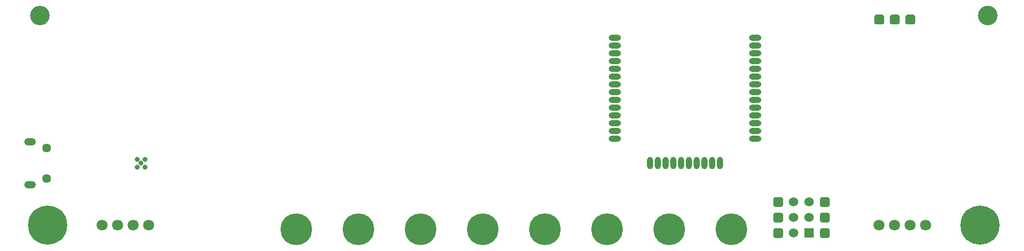
<source format=gts>
G04 #@! TF.GenerationSoftware,KiCad,Pcbnew,no-vcs-found-67ccf76~61~ubuntu16.04.1*
G04 #@! TF.CreationDate,2018-03-11T14:56:02+05:30*
G04 #@! TF.ProjectId,k3jr_controller,6B336A725F636F6E74726F6C6C65722E,rev 1*
G04 #@! TF.SameCoordinates,Original*
G04 #@! TF.FileFunction,Soldermask,Top*
G04 #@! TF.FilePolarity,Negative*
%FSLAX46Y46*%
G04 Gerber Fmt 4.6, Leading zero omitted, Abs format (unit mm)*
G04 Created by KiCad (PCBNEW no-vcs-found-67ccf76~61~ubuntu16.04.1) date Sun Mar 11 14:56:02 2018*
%MOMM*%
%LPD*%
G01*
G04 APERTURE LIST*
%ADD10C,1.450000*%
%ADD11O,1.900000X1.200000*%
%ADD12C,0.800000*%
%ADD13C,6.400000*%
%ADD14C,5.200000*%
%ADD15C,3.200000*%
%ADD16C,0.150000*%
%ADD17C,1.600000*%
%ADD18C,1.524000*%
%ADD19R,1.524000X1.524000*%
%ADD20C,1.800000*%
%ADD21O,1.000000X2.000000*%
%ADD22O,2.000000X1.000000*%
G04 APERTURE END LIST*
D10*
X55055000Y-79970000D03*
X55055000Y-74970000D03*
D11*
X52355000Y-80970000D03*
X52355000Y-73970000D03*
D12*
X56942056Y-85932944D03*
X55245000Y-85230000D03*
X53547944Y-85932944D03*
X52845000Y-87630000D03*
X53547944Y-89327056D03*
X55245000Y-90030000D03*
X56942056Y-89327056D03*
X57645000Y-87630000D03*
D13*
X55245000Y-87630000D03*
D14*
X126365000Y-88265000D03*
X156845000Y-88265000D03*
X167005000Y-88265000D03*
D12*
X70485000Y-77470000D03*
X69850000Y-76835000D03*
X71120000Y-76835000D03*
X71120000Y-78105000D03*
X69850000Y-78105000D03*
D15*
X53975000Y-53340000D03*
X208915000Y-53340000D03*
D16*
G36*
X191574207Y-53176926D02*
X191613036Y-53182686D01*
X191651114Y-53192224D01*
X191688073Y-53205448D01*
X191723559Y-53222231D01*
X191757228Y-53242412D01*
X191788757Y-53265796D01*
X191817843Y-53292157D01*
X191844204Y-53321243D01*
X191867588Y-53352772D01*
X191887769Y-53386441D01*
X191904552Y-53421927D01*
X191917776Y-53458886D01*
X191927314Y-53496964D01*
X191933074Y-53535793D01*
X191935000Y-53575000D01*
X191935000Y-54375000D01*
X191933074Y-54414207D01*
X191927314Y-54453036D01*
X191917776Y-54491114D01*
X191904552Y-54528073D01*
X191887769Y-54563559D01*
X191867588Y-54597228D01*
X191844204Y-54628757D01*
X191817843Y-54657843D01*
X191788757Y-54684204D01*
X191757228Y-54707588D01*
X191723559Y-54727769D01*
X191688073Y-54744552D01*
X191651114Y-54757776D01*
X191613036Y-54767314D01*
X191574207Y-54773074D01*
X191535000Y-54775000D01*
X190735000Y-54775000D01*
X190695793Y-54773074D01*
X190656964Y-54767314D01*
X190618886Y-54757776D01*
X190581927Y-54744552D01*
X190546441Y-54727769D01*
X190512772Y-54707588D01*
X190481243Y-54684204D01*
X190452157Y-54657843D01*
X190425796Y-54628757D01*
X190402412Y-54597228D01*
X190382231Y-54563559D01*
X190365448Y-54528073D01*
X190352224Y-54491114D01*
X190342686Y-54453036D01*
X190336926Y-54414207D01*
X190335000Y-54375000D01*
X190335000Y-53575000D01*
X190336926Y-53535793D01*
X190342686Y-53496964D01*
X190352224Y-53458886D01*
X190365448Y-53421927D01*
X190382231Y-53386441D01*
X190402412Y-53352772D01*
X190425796Y-53321243D01*
X190452157Y-53292157D01*
X190481243Y-53265796D01*
X190512772Y-53242412D01*
X190546441Y-53222231D01*
X190581927Y-53205448D01*
X190618886Y-53192224D01*
X190656964Y-53182686D01*
X190695793Y-53176926D01*
X190735000Y-53175000D01*
X191535000Y-53175000D01*
X191574207Y-53176926D01*
X191574207Y-53176926D01*
G37*
D17*
X191135000Y-53975000D03*
D12*
X209342056Y-85932944D03*
X207645000Y-85230000D03*
X205947944Y-85932944D03*
X205245000Y-87630000D03*
X205947944Y-89327056D03*
X207645000Y-90030000D03*
X209342056Y-89327056D03*
X210045000Y-87630000D03*
D13*
X207645000Y-87630000D03*
D14*
X136525000Y-88265000D03*
X146685000Y-88265000D03*
D16*
G36*
X182684207Y-88101926D02*
X182723036Y-88107686D01*
X182761114Y-88117224D01*
X182798073Y-88130448D01*
X182833559Y-88147231D01*
X182867228Y-88167412D01*
X182898757Y-88190796D01*
X182927843Y-88217157D01*
X182954204Y-88246243D01*
X182977588Y-88277772D01*
X182997769Y-88311441D01*
X183014552Y-88346927D01*
X183027776Y-88383886D01*
X183037314Y-88421964D01*
X183043074Y-88460793D01*
X183045000Y-88500000D01*
X183045000Y-89300000D01*
X183043074Y-89339207D01*
X183037314Y-89378036D01*
X183027776Y-89416114D01*
X183014552Y-89453073D01*
X182997769Y-89488559D01*
X182977588Y-89522228D01*
X182954204Y-89553757D01*
X182927843Y-89582843D01*
X182898757Y-89609204D01*
X182867228Y-89632588D01*
X182833559Y-89652769D01*
X182798073Y-89669552D01*
X182761114Y-89682776D01*
X182723036Y-89692314D01*
X182684207Y-89698074D01*
X182645000Y-89700000D01*
X181845000Y-89700000D01*
X181805793Y-89698074D01*
X181766964Y-89692314D01*
X181728886Y-89682776D01*
X181691927Y-89669552D01*
X181656441Y-89652769D01*
X181622772Y-89632588D01*
X181591243Y-89609204D01*
X181562157Y-89582843D01*
X181535796Y-89553757D01*
X181512412Y-89522228D01*
X181492231Y-89488559D01*
X181475448Y-89453073D01*
X181462224Y-89416114D01*
X181452686Y-89378036D01*
X181446926Y-89339207D01*
X181445000Y-89300000D01*
X181445000Y-88500000D01*
X181446926Y-88460793D01*
X181452686Y-88421964D01*
X181462224Y-88383886D01*
X181475448Y-88346927D01*
X181492231Y-88311441D01*
X181512412Y-88277772D01*
X181535796Y-88246243D01*
X181562157Y-88217157D01*
X181591243Y-88190796D01*
X181622772Y-88167412D01*
X181656441Y-88147231D01*
X181691927Y-88130448D01*
X181728886Y-88117224D01*
X181766964Y-88107686D01*
X181805793Y-88101926D01*
X181845000Y-88100000D01*
X182645000Y-88100000D01*
X182684207Y-88101926D01*
X182684207Y-88101926D01*
G37*
D17*
X182245000Y-88900000D03*
D16*
G36*
X175064207Y-88101926D02*
X175103036Y-88107686D01*
X175141114Y-88117224D01*
X175178073Y-88130448D01*
X175213559Y-88147231D01*
X175247228Y-88167412D01*
X175278757Y-88190796D01*
X175307843Y-88217157D01*
X175334204Y-88246243D01*
X175357588Y-88277772D01*
X175377769Y-88311441D01*
X175394552Y-88346927D01*
X175407776Y-88383886D01*
X175417314Y-88421964D01*
X175423074Y-88460793D01*
X175425000Y-88500000D01*
X175425000Y-89300000D01*
X175423074Y-89339207D01*
X175417314Y-89378036D01*
X175407776Y-89416114D01*
X175394552Y-89453073D01*
X175377769Y-89488559D01*
X175357588Y-89522228D01*
X175334204Y-89553757D01*
X175307843Y-89582843D01*
X175278757Y-89609204D01*
X175247228Y-89632588D01*
X175213559Y-89652769D01*
X175178073Y-89669552D01*
X175141114Y-89682776D01*
X175103036Y-89692314D01*
X175064207Y-89698074D01*
X175025000Y-89700000D01*
X174225000Y-89700000D01*
X174185793Y-89698074D01*
X174146964Y-89692314D01*
X174108886Y-89682776D01*
X174071927Y-89669552D01*
X174036441Y-89652769D01*
X174002772Y-89632588D01*
X173971243Y-89609204D01*
X173942157Y-89582843D01*
X173915796Y-89553757D01*
X173892412Y-89522228D01*
X173872231Y-89488559D01*
X173855448Y-89453073D01*
X173842224Y-89416114D01*
X173832686Y-89378036D01*
X173826926Y-89339207D01*
X173825000Y-89300000D01*
X173825000Y-88500000D01*
X173826926Y-88460793D01*
X173832686Y-88421964D01*
X173842224Y-88383886D01*
X173855448Y-88346927D01*
X173872231Y-88311441D01*
X173892412Y-88277772D01*
X173915796Y-88246243D01*
X173942157Y-88217157D01*
X173971243Y-88190796D01*
X174002772Y-88167412D01*
X174036441Y-88147231D01*
X174071927Y-88130448D01*
X174108886Y-88117224D01*
X174146964Y-88107686D01*
X174185793Y-88101926D01*
X174225000Y-88100000D01*
X175025000Y-88100000D01*
X175064207Y-88101926D01*
X175064207Y-88101926D01*
G37*
D17*
X174625000Y-88900000D03*
D16*
G36*
X182684207Y-85561926D02*
X182723036Y-85567686D01*
X182761114Y-85577224D01*
X182798073Y-85590448D01*
X182833559Y-85607231D01*
X182867228Y-85627412D01*
X182898757Y-85650796D01*
X182927843Y-85677157D01*
X182954204Y-85706243D01*
X182977588Y-85737772D01*
X182997769Y-85771441D01*
X183014552Y-85806927D01*
X183027776Y-85843886D01*
X183037314Y-85881964D01*
X183043074Y-85920793D01*
X183045000Y-85960000D01*
X183045000Y-86760000D01*
X183043074Y-86799207D01*
X183037314Y-86838036D01*
X183027776Y-86876114D01*
X183014552Y-86913073D01*
X182997769Y-86948559D01*
X182977588Y-86982228D01*
X182954204Y-87013757D01*
X182927843Y-87042843D01*
X182898757Y-87069204D01*
X182867228Y-87092588D01*
X182833559Y-87112769D01*
X182798073Y-87129552D01*
X182761114Y-87142776D01*
X182723036Y-87152314D01*
X182684207Y-87158074D01*
X182645000Y-87160000D01*
X181845000Y-87160000D01*
X181805793Y-87158074D01*
X181766964Y-87152314D01*
X181728886Y-87142776D01*
X181691927Y-87129552D01*
X181656441Y-87112769D01*
X181622772Y-87092588D01*
X181591243Y-87069204D01*
X181562157Y-87042843D01*
X181535796Y-87013757D01*
X181512412Y-86982228D01*
X181492231Y-86948559D01*
X181475448Y-86913073D01*
X181462224Y-86876114D01*
X181452686Y-86838036D01*
X181446926Y-86799207D01*
X181445000Y-86760000D01*
X181445000Y-85960000D01*
X181446926Y-85920793D01*
X181452686Y-85881964D01*
X181462224Y-85843886D01*
X181475448Y-85806927D01*
X181492231Y-85771441D01*
X181512412Y-85737772D01*
X181535796Y-85706243D01*
X181562157Y-85677157D01*
X181591243Y-85650796D01*
X181622772Y-85627412D01*
X181656441Y-85607231D01*
X181691927Y-85590448D01*
X181728886Y-85577224D01*
X181766964Y-85567686D01*
X181805793Y-85561926D01*
X181845000Y-85560000D01*
X182645000Y-85560000D01*
X182684207Y-85561926D01*
X182684207Y-85561926D01*
G37*
D17*
X182245000Y-86360000D03*
D18*
X179705000Y-83820000D03*
X177165000Y-83820000D03*
X179705000Y-86360000D03*
X177165000Y-86360000D03*
D19*
X179705000Y-88900000D03*
D18*
X177165000Y-88900000D03*
D16*
G36*
X175064207Y-85561926D02*
X175103036Y-85567686D01*
X175141114Y-85577224D01*
X175178073Y-85590448D01*
X175213559Y-85607231D01*
X175247228Y-85627412D01*
X175278757Y-85650796D01*
X175307843Y-85677157D01*
X175334204Y-85706243D01*
X175357588Y-85737772D01*
X175377769Y-85771441D01*
X175394552Y-85806927D01*
X175407776Y-85843886D01*
X175417314Y-85881964D01*
X175423074Y-85920793D01*
X175425000Y-85960000D01*
X175425000Y-86760000D01*
X175423074Y-86799207D01*
X175417314Y-86838036D01*
X175407776Y-86876114D01*
X175394552Y-86913073D01*
X175377769Y-86948559D01*
X175357588Y-86982228D01*
X175334204Y-87013757D01*
X175307843Y-87042843D01*
X175278757Y-87069204D01*
X175247228Y-87092588D01*
X175213559Y-87112769D01*
X175178073Y-87129552D01*
X175141114Y-87142776D01*
X175103036Y-87152314D01*
X175064207Y-87158074D01*
X175025000Y-87160000D01*
X174225000Y-87160000D01*
X174185793Y-87158074D01*
X174146964Y-87152314D01*
X174108886Y-87142776D01*
X174071927Y-87129552D01*
X174036441Y-87112769D01*
X174002772Y-87092588D01*
X173971243Y-87069204D01*
X173942157Y-87042843D01*
X173915796Y-87013757D01*
X173892412Y-86982228D01*
X173872231Y-86948559D01*
X173855448Y-86913073D01*
X173842224Y-86876114D01*
X173832686Y-86838036D01*
X173826926Y-86799207D01*
X173825000Y-86760000D01*
X173825000Y-85960000D01*
X173826926Y-85920793D01*
X173832686Y-85881964D01*
X173842224Y-85843886D01*
X173855448Y-85806927D01*
X173872231Y-85771441D01*
X173892412Y-85737772D01*
X173915796Y-85706243D01*
X173942157Y-85677157D01*
X173971243Y-85650796D01*
X174002772Y-85627412D01*
X174036441Y-85607231D01*
X174071927Y-85590448D01*
X174108886Y-85577224D01*
X174146964Y-85567686D01*
X174185793Y-85561926D01*
X174225000Y-85560000D01*
X175025000Y-85560000D01*
X175064207Y-85561926D01*
X175064207Y-85561926D01*
G37*
D17*
X174625000Y-86360000D03*
D16*
G36*
X182684207Y-83021926D02*
X182723036Y-83027686D01*
X182761114Y-83037224D01*
X182798073Y-83050448D01*
X182833559Y-83067231D01*
X182867228Y-83087412D01*
X182898757Y-83110796D01*
X182927843Y-83137157D01*
X182954204Y-83166243D01*
X182977588Y-83197772D01*
X182997769Y-83231441D01*
X183014552Y-83266927D01*
X183027776Y-83303886D01*
X183037314Y-83341964D01*
X183043074Y-83380793D01*
X183045000Y-83420000D01*
X183045000Y-84220000D01*
X183043074Y-84259207D01*
X183037314Y-84298036D01*
X183027776Y-84336114D01*
X183014552Y-84373073D01*
X182997769Y-84408559D01*
X182977588Y-84442228D01*
X182954204Y-84473757D01*
X182927843Y-84502843D01*
X182898757Y-84529204D01*
X182867228Y-84552588D01*
X182833559Y-84572769D01*
X182798073Y-84589552D01*
X182761114Y-84602776D01*
X182723036Y-84612314D01*
X182684207Y-84618074D01*
X182645000Y-84620000D01*
X181845000Y-84620000D01*
X181805793Y-84618074D01*
X181766964Y-84612314D01*
X181728886Y-84602776D01*
X181691927Y-84589552D01*
X181656441Y-84572769D01*
X181622772Y-84552588D01*
X181591243Y-84529204D01*
X181562157Y-84502843D01*
X181535796Y-84473757D01*
X181512412Y-84442228D01*
X181492231Y-84408559D01*
X181475448Y-84373073D01*
X181462224Y-84336114D01*
X181452686Y-84298036D01*
X181446926Y-84259207D01*
X181445000Y-84220000D01*
X181445000Y-83420000D01*
X181446926Y-83380793D01*
X181452686Y-83341964D01*
X181462224Y-83303886D01*
X181475448Y-83266927D01*
X181492231Y-83231441D01*
X181512412Y-83197772D01*
X181535796Y-83166243D01*
X181562157Y-83137157D01*
X181591243Y-83110796D01*
X181622772Y-83087412D01*
X181656441Y-83067231D01*
X181691927Y-83050448D01*
X181728886Y-83037224D01*
X181766964Y-83027686D01*
X181805793Y-83021926D01*
X181845000Y-83020000D01*
X182645000Y-83020000D01*
X182684207Y-83021926D01*
X182684207Y-83021926D01*
G37*
D17*
X182245000Y-83820000D03*
D16*
G36*
X175064207Y-83021926D02*
X175103036Y-83027686D01*
X175141114Y-83037224D01*
X175178073Y-83050448D01*
X175213559Y-83067231D01*
X175247228Y-83087412D01*
X175278757Y-83110796D01*
X175307843Y-83137157D01*
X175334204Y-83166243D01*
X175357588Y-83197772D01*
X175377769Y-83231441D01*
X175394552Y-83266927D01*
X175407776Y-83303886D01*
X175417314Y-83341964D01*
X175423074Y-83380793D01*
X175425000Y-83420000D01*
X175425000Y-84220000D01*
X175423074Y-84259207D01*
X175417314Y-84298036D01*
X175407776Y-84336114D01*
X175394552Y-84373073D01*
X175377769Y-84408559D01*
X175357588Y-84442228D01*
X175334204Y-84473757D01*
X175307843Y-84502843D01*
X175278757Y-84529204D01*
X175247228Y-84552588D01*
X175213559Y-84572769D01*
X175178073Y-84589552D01*
X175141114Y-84602776D01*
X175103036Y-84612314D01*
X175064207Y-84618074D01*
X175025000Y-84620000D01*
X174225000Y-84620000D01*
X174185793Y-84618074D01*
X174146964Y-84612314D01*
X174108886Y-84602776D01*
X174071927Y-84589552D01*
X174036441Y-84572769D01*
X174002772Y-84552588D01*
X173971243Y-84529204D01*
X173942157Y-84502843D01*
X173915796Y-84473757D01*
X173892412Y-84442228D01*
X173872231Y-84408559D01*
X173855448Y-84373073D01*
X173842224Y-84336114D01*
X173832686Y-84298036D01*
X173826926Y-84259207D01*
X173825000Y-84220000D01*
X173825000Y-83420000D01*
X173826926Y-83380793D01*
X173832686Y-83341964D01*
X173842224Y-83303886D01*
X173855448Y-83266927D01*
X173872231Y-83231441D01*
X173892412Y-83197772D01*
X173915796Y-83166243D01*
X173942157Y-83137157D01*
X173971243Y-83110796D01*
X174002772Y-83087412D01*
X174036441Y-83067231D01*
X174071927Y-83050448D01*
X174108886Y-83037224D01*
X174146964Y-83027686D01*
X174185793Y-83021926D01*
X174225000Y-83020000D01*
X175025000Y-83020000D01*
X175064207Y-83021926D01*
X175064207Y-83021926D01*
G37*
D17*
X174625000Y-83820000D03*
D16*
G36*
X196654207Y-53176926D02*
X196693036Y-53182686D01*
X196731114Y-53192224D01*
X196768073Y-53205448D01*
X196803559Y-53222231D01*
X196837228Y-53242412D01*
X196868757Y-53265796D01*
X196897843Y-53292157D01*
X196924204Y-53321243D01*
X196947588Y-53352772D01*
X196967769Y-53386441D01*
X196984552Y-53421927D01*
X196997776Y-53458886D01*
X197007314Y-53496964D01*
X197013074Y-53535793D01*
X197015000Y-53575000D01*
X197015000Y-54375000D01*
X197013074Y-54414207D01*
X197007314Y-54453036D01*
X196997776Y-54491114D01*
X196984552Y-54528073D01*
X196967769Y-54563559D01*
X196947588Y-54597228D01*
X196924204Y-54628757D01*
X196897843Y-54657843D01*
X196868757Y-54684204D01*
X196837228Y-54707588D01*
X196803559Y-54727769D01*
X196768073Y-54744552D01*
X196731114Y-54757776D01*
X196693036Y-54767314D01*
X196654207Y-54773074D01*
X196615000Y-54775000D01*
X195815000Y-54775000D01*
X195775793Y-54773074D01*
X195736964Y-54767314D01*
X195698886Y-54757776D01*
X195661927Y-54744552D01*
X195626441Y-54727769D01*
X195592772Y-54707588D01*
X195561243Y-54684204D01*
X195532157Y-54657843D01*
X195505796Y-54628757D01*
X195482412Y-54597228D01*
X195462231Y-54563559D01*
X195445448Y-54528073D01*
X195432224Y-54491114D01*
X195422686Y-54453036D01*
X195416926Y-54414207D01*
X195415000Y-54375000D01*
X195415000Y-53575000D01*
X195416926Y-53535793D01*
X195422686Y-53496964D01*
X195432224Y-53458886D01*
X195445448Y-53421927D01*
X195462231Y-53386441D01*
X195482412Y-53352772D01*
X195505796Y-53321243D01*
X195532157Y-53292157D01*
X195561243Y-53265796D01*
X195592772Y-53242412D01*
X195626441Y-53222231D01*
X195661927Y-53205448D01*
X195698886Y-53192224D01*
X195736964Y-53182686D01*
X195775793Y-53176926D01*
X195815000Y-53175000D01*
X196615000Y-53175000D01*
X196654207Y-53176926D01*
X196654207Y-53176926D01*
G37*
D17*
X196215000Y-53975000D03*
D16*
G36*
X194114207Y-53176926D02*
X194153036Y-53182686D01*
X194191114Y-53192224D01*
X194228073Y-53205448D01*
X194263559Y-53222231D01*
X194297228Y-53242412D01*
X194328757Y-53265796D01*
X194357843Y-53292157D01*
X194384204Y-53321243D01*
X194407588Y-53352772D01*
X194427769Y-53386441D01*
X194444552Y-53421927D01*
X194457776Y-53458886D01*
X194467314Y-53496964D01*
X194473074Y-53535793D01*
X194475000Y-53575000D01*
X194475000Y-54375000D01*
X194473074Y-54414207D01*
X194467314Y-54453036D01*
X194457776Y-54491114D01*
X194444552Y-54528073D01*
X194427769Y-54563559D01*
X194407588Y-54597228D01*
X194384204Y-54628757D01*
X194357843Y-54657843D01*
X194328757Y-54684204D01*
X194297228Y-54707588D01*
X194263559Y-54727769D01*
X194228073Y-54744552D01*
X194191114Y-54757776D01*
X194153036Y-54767314D01*
X194114207Y-54773074D01*
X194075000Y-54775000D01*
X193275000Y-54775000D01*
X193235793Y-54773074D01*
X193196964Y-54767314D01*
X193158886Y-54757776D01*
X193121927Y-54744552D01*
X193086441Y-54727769D01*
X193052772Y-54707588D01*
X193021243Y-54684204D01*
X192992157Y-54657843D01*
X192965796Y-54628757D01*
X192942412Y-54597228D01*
X192922231Y-54563559D01*
X192905448Y-54528073D01*
X192892224Y-54491114D01*
X192882686Y-54453036D01*
X192876926Y-54414207D01*
X192875000Y-54375000D01*
X192875000Y-53575000D01*
X192876926Y-53535793D01*
X192882686Y-53496964D01*
X192892224Y-53458886D01*
X192905448Y-53421927D01*
X192922231Y-53386441D01*
X192942412Y-53352772D01*
X192965796Y-53321243D01*
X192992157Y-53292157D01*
X193021243Y-53265796D01*
X193052772Y-53242412D01*
X193086441Y-53222231D01*
X193121927Y-53205448D01*
X193158886Y-53192224D01*
X193196964Y-53182686D01*
X193235793Y-53176926D01*
X193275000Y-53175000D01*
X194075000Y-53175000D01*
X194114207Y-53176926D01*
X194114207Y-53176926D01*
G37*
D17*
X193675000Y-53975000D03*
D20*
X64135000Y-87630000D03*
X66675000Y-87630000D03*
X69215000Y-87630000D03*
X71755000Y-87630000D03*
X191135000Y-87630000D03*
X193675000Y-87630000D03*
X196215000Y-87630000D03*
X198755000Y-87630000D03*
D14*
X106045000Y-88265000D03*
X95885000Y-88265000D03*
D21*
X158750000Y-77480000D03*
X153670000Y-77480000D03*
X154940000Y-77480000D03*
X156210000Y-77480000D03*
X157480000Y-77480000D03*
X160020000Y-77480000D03*
X161290000Y-77480000D03*
X162560000Y-77480000D03*
X163830000Y-77480000D03*
X165100000Y-77480000D03*
D22*
X147885000Y-59520000D03*
X147885000Y-70950000D03*
X147885000Y-62060000D03*
X147885000Y-64600000D03*
X147885000Y-65870000D03*
X147885000Y-72220000D03*
X147885000Y-73490000D03*
X147885000Y-63330000D03*
X147885000Y-69680000D03*
X147885000Y-56980000D03*
X147885000Y-60790000D03*
X147885000Y-68410000D03*
X147885000Y-67140000D03*
X147885000Y-58250000D03*
X170885000Y-73490000D03*
X170885000Y-72220000D03*
X170885000Y-70950000D03*
X170885000Y-69680000D03*
X170885000Y-68410000D03*
X170885000Y-67140000D03*
X170885000Y-65870000D03*
X170885000Y-64600000D03*
X170885000Y-63330000D03*
X170885000Y-62060000D03*
X170885000Y-60790000D03*
X170885000Y-59520000D03*
X170885000Y-58250000D03*
X170885000Y-56980000D03*
D14*
X116205000Y-88265000D03*
M02*

</source>
